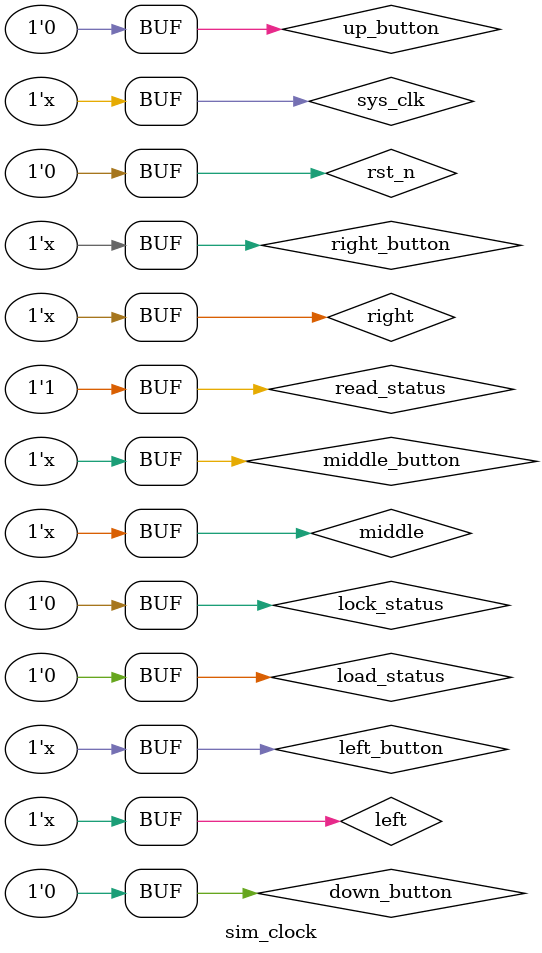
<source format=v>
`timescale 1ns / 1ps

module sim_clock();
    reg sys_clk, rst_n;
    wire left_button, right_button, up_button, down_button, middle_button;
    wire read_status, lock_status, load_status;




    initial
        begin
            sys_clk = 0;
            rst_n = 0;
            left = 0;
            right = 0;
            middle = 0;
        end

    always #10 sys_clk = ~sys_clk;

    reg left; always #20 left = ~left;
    reg right; always #40 right = ~right;
    reg middle; always #100 middle = ~middle;

    assign left_button = left;
    assign right_button = right;
    assign up_button = 1'b0;
    assign down_button = 1'b0;
    assign middle_button = middle;

    assign read_status = 1'b1;
    assign lock_status = 1'b0;
    assign load_status = 1'b0;

    clock_make C1(
        .sys_clk(sys_clk),
        .rst_n(rst_n),
        .timer(timer),
        .led_timer(led_timer),
        .lock_status(lock_status),
        .read_status(read_status),
        .load_status(load_status),
        .middle_button(middle_button),
        .left_button(left_button),
        .right_button(right_button),
        .up_button(up_button),
        .down_button(down_button),
        .left_timer(left_timer),
        .right_timer(right_timer),
        .up_timer(up_timer),
        .down_timer(down_timer),
        .middle_timer(middle_timer)
    );
endmodule

</source>
